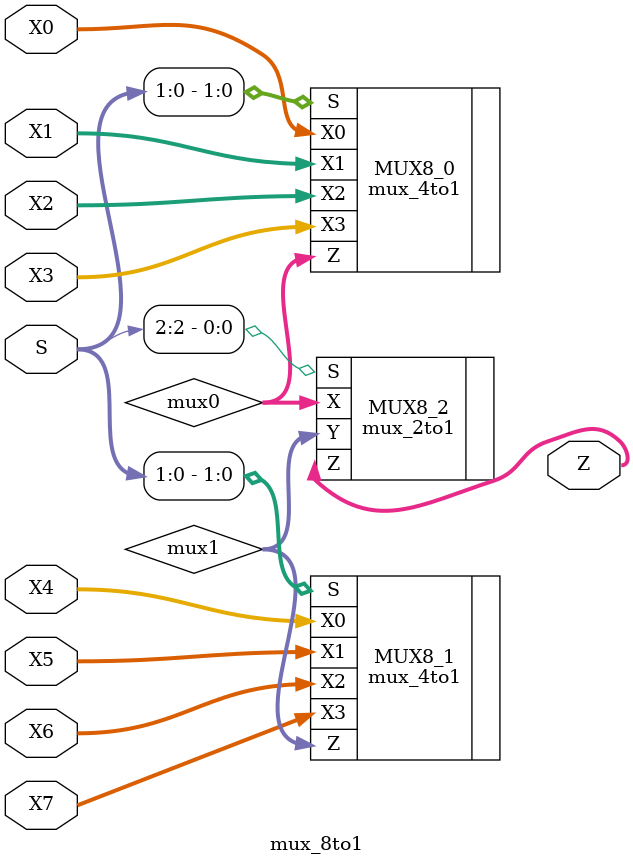
<source format=v>
module mux_8to1(X0, X1, X2, X3, X4, X5, X6, X7, S, Z);
    parameter N = 4;

    input wire [(N-1) : 0] X0, X1, X2, X3, X4, X5, X6, X7;
    input wire [2 : 0] S;

    output wire [(N-1) : 0] Z;

    // instantiate the 4:1 mux and the 2:1 mux to create the 8:1 mux
    wire [(N-1) : 0] mux0, mux1;
    mux_4to1 #(.N(N)) MUX8_0 (.X0(X0), .X1(X1), .X2(X2), .X3(X3), .S(S[1 : 0]), .Z(mux0));
    mux_4to1 #(.N(N)) MUX8_1 (.X0(X4), .X1(X5), .X2(X6), .X3(X7), .S(S[1 : 0]), .Z(mux1));
    mux_2to1 #(.N(N)) MUX8_2 (.X(mux0), .Y(mux1), .S(S[2]), .Z(Z));

endmodule

</source>
